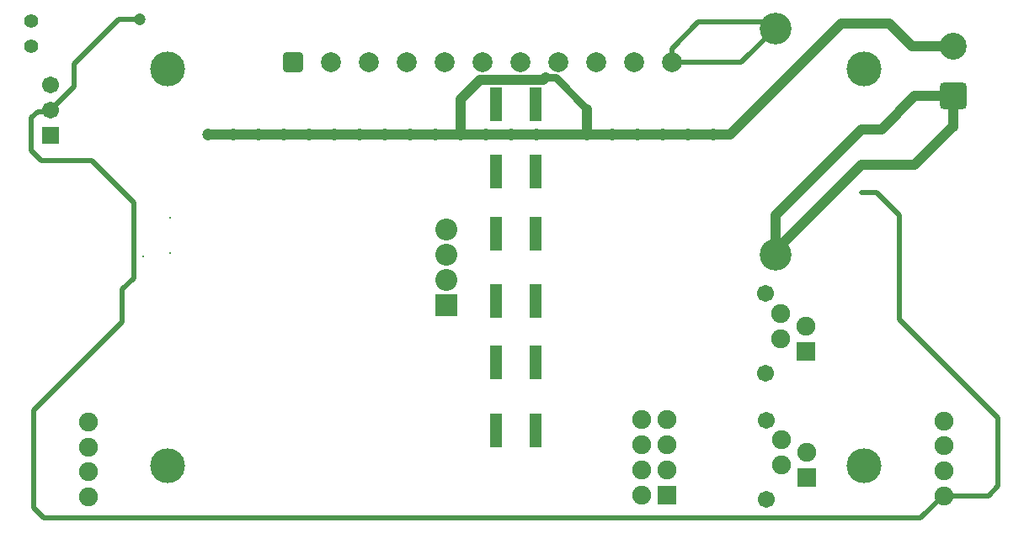
<source format=gbs>
G04 Layer_Color=16711935*
%FSLAX25Y25*%
%MOIN*%
G70*
G01*
G75*
%ADD34C,0.03937*%
%ADD39C,0.13780*%
%ADD90C,0.00800*%
G04:AMPARAMS|DCode=91|XSize=78.87mil|YSize=78.87mil|CornerRadius=12.86mil|HoleSize=0mil|Usage=FLASHONLY|Rotation=0.000|XOffset=0mil|YOffset=0mil|HoleType=Round|Shape=RoundedRectangle|*
%AMROUNDEDRECTD91*
21,1,0.07887,0.05315,0,0,0.0*
21,1,0.05315,0.07887,0,0,0.0*
1,1,0.02572,0.02657,-0.02657*
1,1,0.02572,-0.02657,-0.02657*
1,1,0.02572,-0.02657,0.02657*
1,1,0.02572,0.02657,0.02657*
%
%ADD91ROUNDEDRECTD91*%
%ADD92C,0.07887*%
%ADD93C,0.07493*%
%ADD94R,0.07493X0.07493*%
%ADD95C,0.08674*%
%ADD96R,0.08674X0.08674*%
%ADD97C,0.06706*%
%ADD98R,0.06706X0.06706*%
%ADD99R,0.07493X0.07493*%
%ADD100C,0.06706*%
%ADD101C,0.12611*%
G04:AMPARAMS|DCode=102|XSize=106.42mil|YSize=106.42mil|CornerRadius=16.3mil|HoleSize=0mil|Usage=FLASHONLY|Rotation=90.000|XOffset=0mil|YOffset=0mil|HoleType=Round|Shape=RoundedRectangle|*
%AMROUNDEDRECTD102*
21,1,0.10642,0.07382,0,0,90.0*
21,1,0.07382,0.10642,0,0,90.0*
1,1,0.03261,0.03691,0.03691*
1,1,0.03261,0.03691,-0.03691*
1,1,0.03261,-0.03691,-0.03691*
1,1,0.03261,-0.03691,0.03691*
%
%ADD102ROUNDEDRECTD102*%
%ADD103C,0.10642*%
%ADD104C,0.05524*%
%ADD105C,0.04737*%
%ADD106C,0.01968*%
%ADD107C,0.02953*%
%ADD108R,0.04737X0.13398*%
D34*
X299500Y106000D02*
Y123000D01*
X370000Y158000D02*
Y170158D01*
X369500Y158000D02*
X370000D01*
X354500Y143000D02*
X369500Y158000D01*
X333500Y143000D02*
X354500D01*
X299500Y109000D02*
X333500Y143000D01*
X299500Y123000D02*
X333500Y157000D01*
X341500D01*
X354658Y170158D01*
X370000D01*
X353658Y189842D02*
X370000D01*
X344500Y199000D02*
X353658Y189842D01*
X325500Y199000D02*
X344500D01*
X281500Y155000D02*
X325500Y199000D01*
X275000Y155000D02*
X281500D01*
X75000D02*
X275000D01*
X175000D02*
Y169000D01*
X182500Y176500D01*
X207500D01*
X208500Y177500D01*
X225000Y155000D02*
Y165000D01*
D39*
X59055Y181102D02*
D03*
X334646D02*
D03*
Y23622D02*
D03*
X59055D02*
D03*
D90*
X59905Y107913D02*
D03*
Y122087D02*
D03*
X49275Y106732D02*
D03*
D91*
X108500Y183500D02*
D03*
D92*
X123500D02*
D03*
X138500D02*
D03*
X153500D02*
D03*
X168500D02*
D03*
X183500D02*
D03*
X198500D02*
D03*
X213500D02*
D03*
X228500D02*
D03*
X243500D02*
D03*
X258500D02*
D03*
D93*
X256500Y42000D02*
D03*
Y32000D02*
D03*
Y22000D02*
D03*
X246657Y12000D02*
D03*
Y22000D02*
D03*
Y32000D02*
D03*
Y42000D02*
D03*
X301953Y33874D02*
D03*
Y23874D02*
D03*
X311953Y28874D02*
D03*
X301500Y84000D02*
D03*
Y74000D02*
D03*
X311500Y79000D02*
D03*
X366142Y41339D02*
D03*
Y31496D02*
D03*
Y21654D02*
D03*
Y11811D02*
D03*
X27500Y11315D02*
D03*
Y21158D02*
D03*
Y31000D02*
D03*
Y40843D02*
D03*
D94*
X256500Y12000D02*
D03*
D95*
X169291Y117362D02*
D03*
Y107362D02*
D03*
Y97362D02*
D03*
D96*
Y87362D02*
D03*
D97*
X12500Y174500D02*
D03*
Y164500D02*
D03*
D98*
Y154500D02*
D03*
D99*
X311953Y18874D02*
D03*
X311500Y69000D02*
D03*
D100*
X296047Y10252D02*
D03*
Y41748D02*
D03*
X295594Y60378D02*
D03*
Y91874D02*
D03*
D101*
X299500Y197000D02*
D03*
Y107315D02*
D03*
D102*
X370000Y170158D02*
D03*
D103*
Y189842D02*
D03*
D104*
X5000Y190000D02*
D03*
Y200000D02*
D03*
D105*
X75000Y155000D02*
D03*
X85000D02*
D03*
X95000D02*
D03*
X105000D02*
D03*
X115000D02*
D03*
X125000D02*
D03*
X135000D02*
D03*
X145000D02*
D03*
X155000D02*
D03*
X165000D02*
D03*
X175000D02*
D03*
X185000D02*
D03*
X195000D02*
D03*
X205000D02*
D03*
X225000D02*
D03*
X235000D02*
D03*
X245000D02*
D03*
X255000D02*
D03*
X265000D02*
D03*
X275000D02*
D03*
X48000Y200500D02*
D03*
D106*
X333500Y132000D02*
X339500D01*
X348500Y123000D01*
Y81500D02*
Y123000D01*
Y81500D02*
X387500Y42500D01*
Y15500D02*
Y42500D01*
X383811Y11811D02*
X387500Y15500D01*
X365811Y11811D02*
X383811D01*
X357000Y3000D02*
X365811Y11811D01*
X10000Y3000D02*
X357000D01*
X6000Y7000D02*
X10000Y3000D01*
X6000Y7000D02*
Y45500D01*
X41000Y80500D01*
Y93500D01*
X45500Y98000D01*
Y128000D01*
X29000Y144500D02*
X45500Y128000D01*
X9000Y144500D02*
X29000D01*
X5000Y148500D02*
X9000Y144500D01*
X5000Y148500D02*
Y161500D01*
X7500Y164000D01*
X12000D01*
X258500Y183500D02*
X286000D01*
X299500Y197000D01*
X269000Y199500D02*
X299000D01*
X258500Y189000D02*
X269000Y199500D01*
X258500Y183500D02*
Y189000D01*
X39500Y200500D02*
X48000D01*
X22000Y183000D02*
X39500Y200500D01*
X22000Y174000D02*
Y183000D01*
X12500Y164500D02*
X22000Y174000D01*
D107*
X208500Y177500D02*
X212500D01*
X225000Y165000D01*
D108*
X188976Y166929D02*
D03*
Y140157D02*
D03*
X204724Y166929D02*
D03*
Y140157D02*
D03*
X188976Y115748D02*
D03*
Y88976D02*
D03*
X204724Y115748D02*
D03*
Y88976D02*
D03*
X188976Y64567D02*
D03*
Y37795D02*
D03*
X204724Y64567D02*
D03*
Y37795D02*
D03*
M02*

</source>
